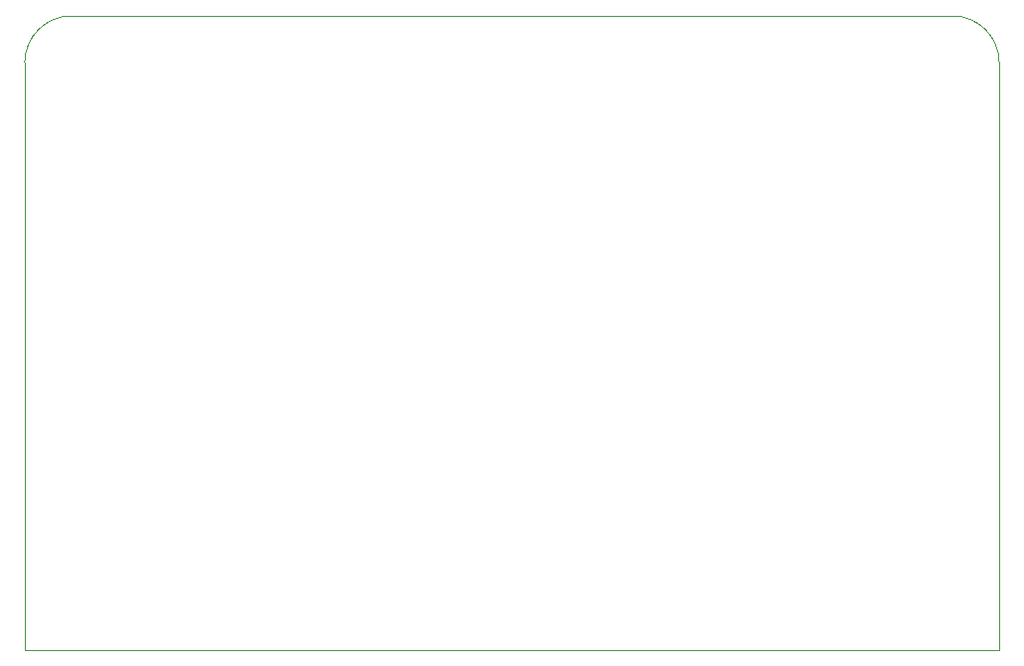
<source format=gm1>
G04 #@! TF.GenerationSoftware,KiCad,Pcbnew,5.99.0-unknown-a5c7d45~86~ubuntu18.04.1*
G04 #@! TF.CreationDate,2020-01-09T22:12:47+01:00*
G04 #@! TF.ProjectId,V1_0,56315f30-2e6b-4696-9361-645f70636258,rev?*
G04 #@! TF.SameCoordinates,Original*
G04 #@! TF.FileFunction,Profile,NP*
%FSLAX46Y46*%
G04 Gerber Fmt 4.6, Leading zero omitted, Abs format (unit mm)*
G04 Created by KiCad (PCBNEW 5.99.0-unknown-a5c7d45~86~ubuntu18.04.1) date 2020-01-09 22:12:47*
%MOMM*%
%LPD*%
G04 APERTURE LIST*
%ADD10C,0.050000*%
G04 APERTURE END LIST*
D10*
X99000000Y-84000000D02*
G75*
G02*
X103000000Y-80000000I4000000J0D01*
G01*
X99000000Y-134000000D02*
X99000000Y-84000000D01*
X182000000Y-134000000D02*
X99000000Y-134000000D01*
X182000000Y-84000000D02*
X182000000Y-134000000D01*
X178000000Y-80000000D02*
G75*
G02*
X182000000Y-84000000I0J-4000000D01*
G01*
X103000000Y-80000000D02*
X178000000Y-80000000D01*
M02*

</source>
